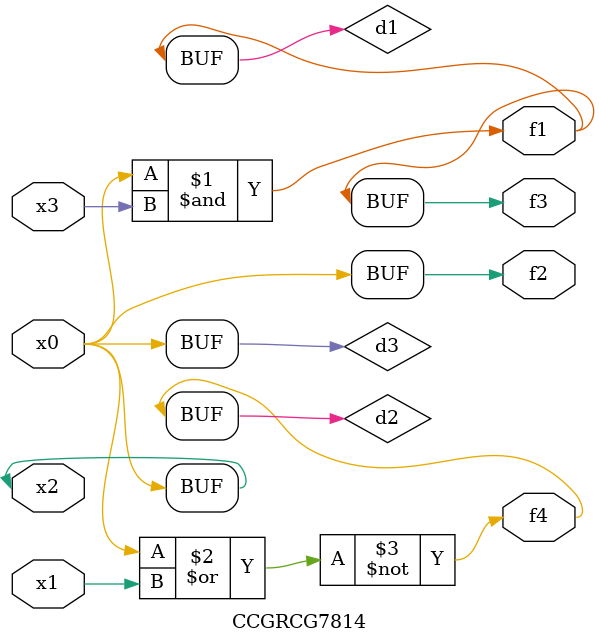
<source format=v>
module CCGRCG7814(
	input x0, x1, x2, x3,
	output f1, f2, f3, f4
);

	wire d1, d2, d3;

	and (d1, x2, x3);
	nor (d2, x0, x1);
	buf (d3, x0, x2);
	assign f1 = d1;
	assign f2 = d3;
	assign f3 = d1;
	assign f4 = d2;
endmodule

</source>
